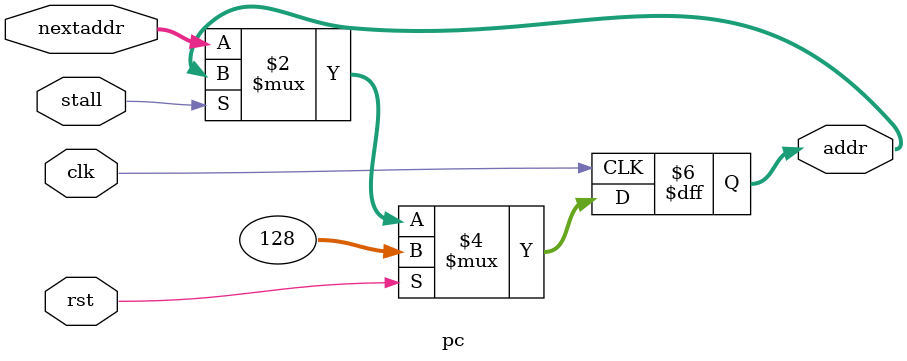
<source format=v>
module pc(
    input stall, clk, rst,
    input [31:0] nextaddr,
    output reg [31:0] addr
);
    always @(posedge clk) begin
        if (rst) addr <= 32'd128; // 128 — адрес пользовательской программы
        else addr <= stall ? addr : nextaddr;
    end
endmodule
</source>
